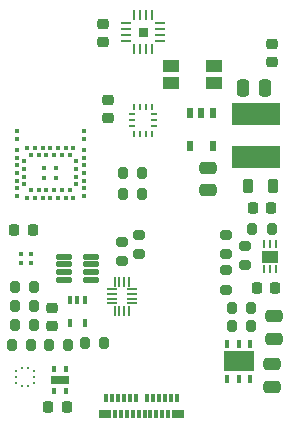
<source format=gbr>
%TF.GenerationSoftware,KiCad,Pcbnew,7.0.1-3b83917a11~172~ubuntu22.04.1*%
%TF.CreationDate,2023-07-05T11:02:11+02:00*%
%TF.ProjectId,phyphox-newton,70687970-686f-4782-9d6e-6577746f6e2e,rev?*%
%TF.SameCoordinates,Original*%
%TF.FileFunction,Paste,Top*%
%TF.FilePolarity,Positive*%
%FSLAX46Y46*%
G04 Gerber Fmt 4.6, Leading zero omitted, Abs format (unit mm)*
G04 Created by KiCad (PCBNEW 7.0.1-3b83917a11~172~ubuntu22.04.1) date 2023-07-05 11:02:11*
%MOMM*%
%LPD*%
G01*
G04 APERTURE LIST*
G04 Aperture macros list*
%AMRoundRect*
0 Rectangle with rounded corners*
0 $1 Rounding radius*
0 $2 $3 $4 $5 $6 $7 $8 $9 X,Y pos of 4 corners*
0 Add a 4 corners polygon primitive as box body*
4,1,4,$2,$3,$4,$5,$6,$7,$8,$9,$2,$3,0*
0 Add four circle primitives for the rounded corners*
1,1,$1+$1,$2,$3*
1,1,$1+$1,$4,$5*
1,1,$1+$1,$6,$7*
1,1,$1+$1,$8,$9*
0 Add four rect primitives between the rounded corners*
20,1,$1+$1,$2,$3,$4,$5,0*
20,1,$1+$1,$4,$5,$6,$7,0*
20,1,$1+$1,$6,$7,$8,$9,0*
20,1,$1+$1,$8,$9,$2,$3,0*%
G04 Aperture macros list end*
%ADD10C,0.010000*%
%ADD11R,0.350000X0.550000*%
%ADD12R,1.600000X0.700000*%
%ADD13RoundRect,0.250000X0.475000X-0.250000X0.475000X0.250000X-0.475000X0.250000X-0.475000X-0.250000X0*%
%ADD14R,0.400000X0.650000*%
%ADD15R,0.270000X0.840000*%
%ADD16R,0.840000X0.270000*%
%ADD17R,1.400000X1.050000*%
%ADD18R,4.100000X1.850000*%
%ADD19RoundRect,0.200000X-0.200000X-0.275000X0.200000X-0.275000X0.200000X0.275000X-0.200000X0.275000X0*%
%ADD20R,0.850000X0.200000*%
%ADD21R,0.200000X0.850000*%
%ADD22RoundRect,0.225000X0.250000X-0.225000X0.250000X0.225000X-0.250000X0.225000X-0.250000X-0.225000X0*%
%ADD23RoundRect,0.200000X0.275000X-0.200000X0.275000X0.200000X-0.275000X0.200000X-0.275000X-0.200000X0*%
%ADD24R,0.300000X0.700000*%
%ADD25R,1.000000X0.700000*%
%ADD26RoundRect,0.200000X0.200000X0.275000X-0.200000X0.275000X-0.200000X-0.275000X0.200000X-0.275000X0*%
%ADD27RoundRect,0.225000X-0.250000X0.225000X-0.250000X-0.225000X0.250000X-0.225000X0.250000X0.225000X0*%
%ADD28RoundRect,0.250000X-0.250000X-0.475000X0.250000X-0.475000X0.250000X0.475000X-0.250000X0.475000X0*%
%ADD29RoundRect,0.200000X-0.275000X0.200000X-0.275000X-0.200000X0.275000X-0.200000X0.275000X0.200000X0*%
%ADD30RoundRect,0.225000X0.225000X0.250000X-0.225000X0.250000X-0.225000X-0.250000X0.225000X-0.250000X0*%
%ADD31R,0.558800X0.952500*%
%ADD32RoundRect,0.250000X-0.475000X0.250000X-0.475000X-0.250000X0.475000X-0.250000X0.475000X0.250000X0*%
%ADD33RoundRect,0.218750X0.218750X0.381250X-0.218750X0.381250X-0.218750X-0.381250X0.218750X-0.381250X0*%
%ADD34RoundRect,0.225000X-0.225000X-0.250000X0.225000X-0.250000X0.225000X0.250000X-0.225000X0.250000X0*%
%ADD35R,0.400000X0.800000*%
%ADD36R,2.500000X1.750000*%
%ADD37R,0.355600X0.355600*%
%ADD38R,0.431800X0.431800*%
%ADD39RoundRect,0.125000X0.537500X0.125000X-0.537500X0.125000X-0.537500X-0.125000X0.537500X-0.125000X0*%
%ADD40R,0.254000X0.482600*%
%ADD41R,0.482600X0.254000*%
%ADD42R,0.250000X0.650000*%
%ADD43R,1.450000X1.050000*%
%ADD44R,0.400000X0.400000*%
%ADD45R,0.254000X0.279400*%
%ADD46R,0.254000X0.254000*%
G04 APERTURE END LIST*
%TO.C,U4*%
D10*
X112850000Y-103850000D02*
X112150000Y-103850000D01*
X112150000Y-103150000D01*
X112850000Y-103150000D01*
X112850000Y-103850000D01*
G36*
X112850000Y-103850000D02*
G01*
X112150000Y-103850000D01*
X112150000Y-103150000D01*
X112850000Y-103150000D01*
X112850000Y-103850000D01*
G37*
%TD*%
D11*
%TO.C,IC2*%
X104950000Y-133900000D03*
X105950000Y-133900000D03*
X105950000Y-132050000D03*
X104950000Y-132050000D03*
D12*
X105450000Y-132975000D03*
%TD*%
D13*
%TO.C,C3*%
X123600000Y-129500000D03*
X123600000Y-127600000D03*
%TD*%
D14*
%TO.C,U7*%
X107600000Y-126250000D03*
X106950000Y-126250000D03*
X106300000Y-126250000D03*
X106300000Y-128150000D03*
X107600000Y-128150000D03*
%TD*%
D15*
%TO.C,U4*%
X113250000Y-102065000D03*
X112750000Y-102065000D03*
X112250000Y-102065000D03*
X111750000Y-102065000D03*
D16*
X111065000Y-102750000D03*
X111065000Y-103250000D03*
X111065000Y-103750000D03*
X111065000Y-104250000D03*
D15*
X111750000Y-104935000D03*
X112250000Y-104935000D03*
X112750000Y-104935000D03*
X113250000Y-104935000D03*
D16*
X113935000Y-104250000D03*
X113935000Y-103750000D03*
X113935000Y-103250000D03*
X113935000Y-102750000D03*
%TD*%
D17*
%TO.C,SW1*%
X118500000Y-107875000D03*
X114900000Y-107875000D03*
X118500000Y-106425000D03*
X114900000Y-106425000D03*
%TD*%
D18*
%TO.C,L1*%
X122049999Y-114075000D03*
X122049999Y-110425000D03*
%TD*%
D19*
%TO.C,R4*%
X121750000Y-120200000D03*
X123400000Y-120200000D03*
%TD*%
D20*
%TO.C,IC6*%
X109850000Y-125300000D03*
X109850000Y-125700000D03*
X109850000Y-126100000D03*
X109850000Y-126500000D03*
D21*
X110100000Y-127150000D03*
X110500000Y-127150000D03*
X110900000Y-127150000D03*
X111300000Y-127150000D03*
D20*
X111550000Y-126500000D03*
X111550000Y-126100000D03*
X111550000Y-125700000D03*
X111550000Y-125300000D03*
D21*
X111300000Y-124650000D03*
X110900000Y-124650000D03*
X110500000Y-124650000D03*
X110100000Y-124650000D03*
%TD*%
D22*
%TO.C,C9*%
X109100000Y-104400000D03*
X109100000Y-102850000D03*
%TD*%
D23*
%TO.C,R14*%
X112200000Y-122325000D03*
X112200000Y-120675000D03*
%TD*%
D24*
%TO.C,J2*%
X109375000Y-134535000D03*
X109875000Y-134535000D03*
X110375000Y-134535000D03*
X110875000Y-134535000D03*
X111375000Y-134535000D03*
X111875000Y-134535000D03*
X112875000Y-134535000D03*
X113375000Y-134535000D03*
X113875000Y-134535000D03*
X114375000Y-134535000D03*
X114875000Y-134535000D03*
X115375000Y-134535000D03*
D25*
X115475000Y-135835000D03*
D24*
X114625000Y-135835000D03*
X114125000Y-135835000D03*
X113625000Y-135835000D03*
X113125000Y-135835000D03*
X112625000Y-135835000D03*
X112125000Y-135835000D03*
X111625000Y-135835000D03*
X111125000Y-135835000D03*
X110625000Y-135835000D03*
X110125000Y-135835000D03*
D25*
X109275000Y-135835000D03*
%TD*%
D26*
%TO.C,R7*%
X103300000Y-128300000D03*
X101650000Y-128300000D03*
%TD*%
D23*
%TO.C,R13*%
X110700000Y-122925000D03*
X110700000Y-121275000D03*
%TD*%
D27*
%TO.C,C10*%
X104800000Y-126855000D03*
X104800000Y-128405000D03*
%TD*%
D23*
%TO.C,R19*%
X119500000Y-125325000D03*
X119500000Y-123675000D03*
%TD*%
D22*
%TO.C,C11*%
X109570000Y-110815000D03*
X109570000Y-109265000D03*
%TD*%
D28*
%TO.C,C4*%
X120925000Y-108250000D03*
X122825000Y-108250000D03*
%TD*%
D29*
%TO.C,R3*%
X121150000Y-121625000D03*
X121150000Y-123275000D03*
%TD*%
D27*
%TO.C,C14*%
X123450000Y-104500000D03*
X123450000Y-106050000D03*
%TD*%
D26*
%TO.C,R9*%
X106150000Y-130000000D03*
X104500000Y-130000000D03*
%TD*%
D30*
%TO.C,C7*%
X123350000Y-118450000D03*
X121800000Y-118450000D03*
%TD*%
D19*
%TO.C,R11*%
X110800000Y-115500000D03*
X112450000Y-115500000D03*
%TD*%
D26*
%TO.C,R6*%
X103300000Y-125100000D03*
X101650000Y-125100000D03*
%TD*%
D31*
%TO.C,U6*%
X118400000Y-110400000D03*
X117449999Y-110400000D03*
X116499998Y-110400000D03*
X116499998Y-113155900D03*
X118400000Y-113155900D03*
%TD*%
D26*
%TO.C,R5*%
X103300000Y-126700000D03*
X101650000Y-126700000D03*
%TD*%
D32*
%TO.C,C5*%
X118000000Y-115027950D03*
X118000000Y-116927950D03*
%TD*%
D33*
%TO.C,FB1*%
X123537500Y-116550000D03*
X121412500Y-116550000D03*
%TD*%
D34*
%TO.C,C8*%
X101605000Y-120300000D03*
X103155000Y-120300000D03*
%TD*%
D30*
%TO.C,C6*%
X123675000Y-125200000D03*
X122125000Y-125200000D03*
%TD*%
D35*
%TO.C,IC3*%
X121550000Y-129900000D03*
X120600000Y-129900000D03*
X119650000Y-129900000D03*
X119650000Y-132900000D03*
X120600000Y-132900000D03*
X121550000Y-132900000D03*
D36*
X120600000Y-131400000D03*
%TD*%
D37*
%TO.C,U1*%
X101811198Y-111910000D03*
X101811198Y-112560000D03*
X101811198Y-113502000D03*
X101811198Y-114152000D03*
X101811198Y-114802000D03*
X101811198Y-115452000D03*
X101811198Y-116102000D03*
X101811198Y-116752000D03*
X101811198Y-117402000D03*
X102461198Y-114477000D03*
X102461198Y-115127000D03*
X102461198Y-115777000D03*
X102461198Y-116427000D03*
X102701198Y-117590000D03*
X103351198Y-117590000D03*
X104001198Y-117590000D03*
X104651198Y-117590000D03*
X105301198Y-117590000D03*
X105951198Y-117590000D03*
X106601198Y-117590000D03*
X103026198Y-116940000D03*
X103676198Y-116940000D03*
X104326198Y-116940000D03*
X104976198Y-116940000D03*
X105626198Y-116940000D03*
X106276198Y-116940000D03*
X107491202Y-117402000D03*
X107491202Y-116752000D03*
X107491202Y-116102000D03*
X107491202Y-115452000D03*
X107491202Y-114802000D03*
X107491202Y-114152000D03*
X107491202Y-113502000D03*
X107491202Y-112560000D03*
X107491202Y-111910000D03*
X106841202Y-116427000D03*
X106841202Y-115777000D03*
X106841202Y-115127000D03*
X106841202Y-114477000D03*
X106601202Y-113315000D03*
X105951202Y-113315000D03*
X105301202Y-113315000D03*
X104651202Y-113315000D03*
X104001202Y-113315000D03*
X103351202Y-113315000D03*
X102701202Y-113315000D03*
X106276202Y-113965000D03*
X105626202Y-113965000D03*
X104976202Y-113965000D03*
X104326202Y-113965000D03*
X103676202Y-113965000D03*
X103026202Y-113965000D03*
D38*
X104131202Y-115002000D03*
X104131202Y-115902000D03*
X105171202Y-115902000D03*
X105171202Y-115002000D03*
%TD*%
D19*
%TO.C,R10*%
X107550000Y-129820000D03*
X109200000Y-129820000D03*
%TD*%
%TO.C,R8*%
X101375000Y-130000000D03*
X103025000Y-130000000D03*
%TD*%
%TO.C,R12*%
X110800000Y-117250000D03*
X112450000Y-117250000D03*
%TD*%
D39*
%TO.C,U5*%
X108100000Y-124500000D03*
X108100000Y-123850000D03*
X108100000Y-123200000D03*
X108100000Y-122550000D03*
X105825000Y-122550000D03*
X105825000Y-123200000D03*
X105825000Y-123850000D03*
X105825000Y-124500000D03*
%TD*%
D19*
%TO.C,R1*%
X120025000Y-128400000D03*
X121675000Y-128400000D03*
%TD*%
D40*
%TO.C,U2*%
X111749999Y-112155700D03*
X112250000Y-112155700D03*
X112750000Y-112155700D03*
X113250001Y-112155700D03*
D41*
X113414400Y-111499999D03*
X113414400Y-111000000D03*
X113414400Y-110500001D03*
D40*
X113250001Y-109844300D03*
X112750000Y-109844300D03*
X112250000Y-109844300D03*
X111749999Y-109844300D03*
D41*
X111585600Y-110500001D03*
X111585600Y-111000000D03*
X111585600Y-111499999D03*
%TD*%
D19*
%TO.C,R2*%
X120025000Y-126900000D03*
X121675000Y-126900000D03*
%TD*%
D34*
%TO.C,C12*%
X104475000Y-135300000D03*
X106025000Y-135300000D03*
%TD*%
D23*
%TO.C,R18*%
X119500000Y-122325000D03*
X119500000Y-120675000D03*
%TD*%
D32*
%TO.C,C2*%
X123450000Y-131650000D03*
X123450000Y-133550000D03*
%TD*%
D42*
%TO.C,S1*%
X123770000Y-121487500D03*
X123270000Y-121487500D03*
X122770000Y-121487500D03*
X122770000Y-123587500D03*
X123270000Y-123587500D03*
X123770000Y-123587500D03*
D43*
X123270000Y-122537500D03*
%TD*%
D44*
%TO.C,LED1*%
X103000000Y-122300000D03*
X103000000Y-123100000D03*
X102200000Y-123100000D03*
X102200000Y-122300000D03*
%TD*%
D45*
%TO.C,U3*%
X102226999Y-133510301D03*
X102726999Y-133510301D03*
D46*
X103250000Y-133249999D03*
X103250000Y-132750000D03*
X103250000Y-132250001D03*
D45*
X102726999Y-131989699D03*
X102226999Y-131989699D03*
D46*
X101703998Y-132250001D03*
X101703998Y-132750000D03*
X101703998Y-133249999D03*
%TD*%
M02*

</source>
